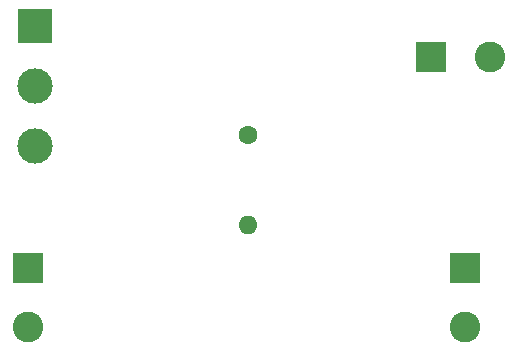
<source format=gbr>
%TF.GenerationSoftware,KiCad,Pcbnew,8.0.9*%
%TF.CreationDate,2025-05-15T21:30:13+02:00*%
%TF.ProjectId,timmer-555,74696d6d-6572-42d3-9535-352e6b696361,rev?*%
%TF.SameCoordinates,Original*%
%TF.FileFunction,Soldermask,Top*%
%TF.FilePolarity,Negative*%
%FSLAX46Y46*%
G04 Gerber Fmt 4.6, Leading zero omitted, Abs format (unit mm)*
G04 Created by KiCad (PCBNEW 8.0.9) date 2025-05-15 21:30:13*
%MOMM*%
%LPD*%
G01*
G04 APERTURE LIST*
%ADD10R,3.000000X3.000000*%
%ADD11C,3.000000*%
%ADD12C,1.600000*%
%ADD13O,1.600000X1.600000*%
%ADD14R,2.600000X2.600000*%
%ADD15C,2.600000*%
G04 APERTURE END LIST*
D10*
%TO.C,SW1*%
X60500000Y-29000000D03*
D11*
X60500000Y-34080000D03*
X60500000Y-39160000D03*
%TD*%
D12*
%TO.C,RL1*%
X78500000Y-38190000D03*
D13*
X78500000Y-45810000D03*
%TD*%
D14*
%TO.C,J3*%
X59845000Y-49500000D03*
D15*
X59845000Y-54500000D03*
%TD*%
D14*
%TO.C,J2*%
X94000000Y-31655000D03*
D15*
X99000000Y-31655000D03*
%TD*%
D14*
%TO.C,J1*%
X96845000Y-49500000D03*
D15*
X96845000Y-54500000D03*
%TD*%
M02*

</source>
